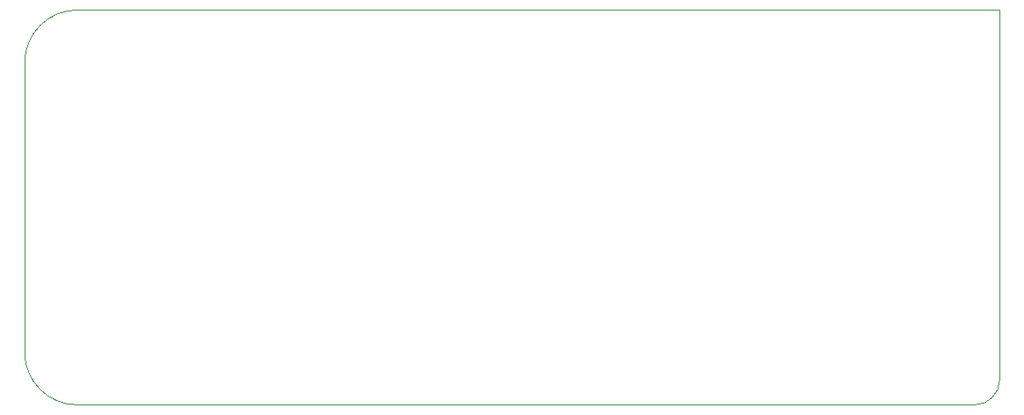
<source format=gm1>
G04 #@! TF.GenerationSoftware,KiCad,Pcbnew,8.0.4*
G04 #@! TF.CreationDate,2024-09-01T14:25:38-06:00*
G04 #@! TF.ProjectId,keyboard-pcb-mk1,6b657962-6f61-4726-942d-7063622d6d6b,rev?*
G04 #@! TF.SameCoordinates,Original*
G04 #@! TF.FileFunction,Profile,NP*
%FSLAX46Y46*%
G04 Gerber Fmt 4.6, Leading zero omitted, Abs format (unit mm)*
G04 Created by KiCad (PCBNEW 8.0.4) date 2024-09-01 14:25:38*
%MOMM*%
%LPD*%
G01*
G04 APERTURE LIST*
G04 #@! TA.AperFunction,Profile*
%ADD10C,0.050000*%
G04 #@! TD*
G04 APERTURE END LIST*
D10*
X86095000Y-129945000D02*
X86095000Y-102005000D01*
X91175000Y-135025000D02*
X177693750Y-135025000D01*
X86095000Y-102005000D02*
G75*
G02*
X91175000Y-96925000I5080000J0D01*
G01*
X91175000Y-96925000D02*
X180075000Y-96925000D01*
X180075000Y-96925000D02*
X180075000Y-132643750D01*
X180075000Y-132643750D02*
G75*
G02*
X177693750Y-135025000I-2381300J50D01*
G01*
X91175000Y-135025000D02*
G75*
G02*
X86095000Y-129945000I0J5080000D01*
G01*
M02*

</source>
